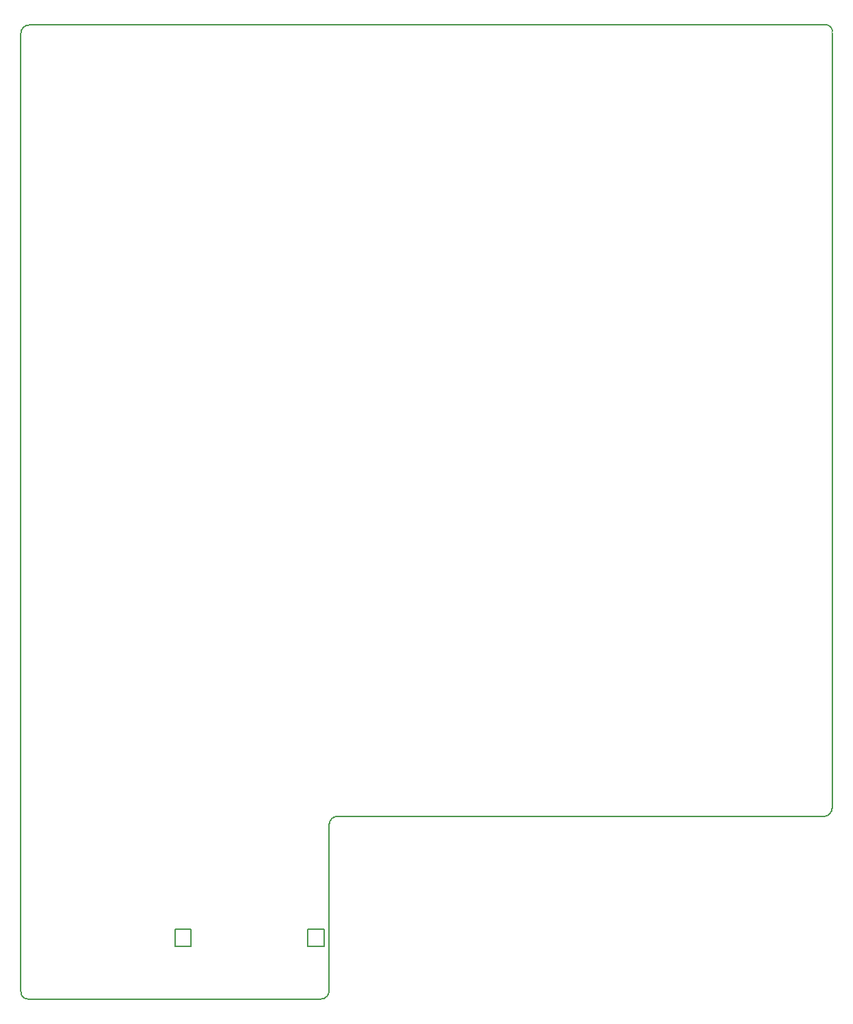
<source format=gbr>
G04 DipTrace 2.3.1.0*
%INreloadpro_BoardOutline.gbr*%
%MOIN*%
%ADD11C,0.0055*%
%FSLAX44Y44*%
G04*
G70*
G90*
G75*
G01*
%LNBoardOutline*%
%LPD*%
X3937Y4331D2*
D11*
G03X4331Y3937I343J-51D01*
G01*
X18504D1*
G03X18898Y4331I-10J404D01*
G01*
Y12402D1*
G02X19291Y12795I404J-10D01*
G01*
X42913D1*
G03X43307Y13189I-10J404D01*
G01*
Y50787D1*
G03X42913Y51181I-302J92D01*
G01*
X4331D1*
G03X3937Y50787I10J-404D01*
G01*
Y4331D1*
X11408Y7321D2*
X12196D1*
Y6494D1*
X11408D1*
Y7321D1*
X17865D2*
X18653D1*
Y6494D1*
X17865D1*
Y7321D1*
M02*

</source>
